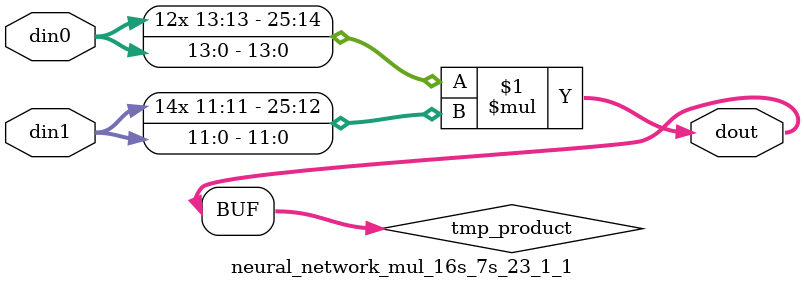
<source format=v>

`timescale 1 ns / 1 ps

  module neural_network_mul_16s_7s_23_1_1(din0, din1, dout);
parameter ID = 1;
parameter NUM_STAGE = 0;
parameter din0_WIDTH = 14;
parameter din1_WIDTH = 12;
parameter dout_WIDTH = 26;

input [din0_WIDTH - 1 : 0] din0; 
input [din1_WIDTH - 1 : 0] din1; 
output [dout_WIDTH - 1 : 0] dout;

wire signed [dout_WIDTH - 1 : 0] tmp_product;













assign tmp_product = $signed(din0) * $signed(din1);








assign dout = tmp_product;







endmodule

</source>
